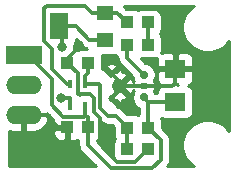
<source format=gtl>
G04 #@! TF.GenerationSoftware,KiCad,Pcbnew,(5.1.2)-1*
G04 #@! TF.CreationDate,2020-07-04T22:19:09+09:00*
G04 #@! TF.ProjectId,SPU0410LR5H,53505530-3431-4304-9c52-35482e6b6963,v1.1*
G04 #@! TF.SameCoordinates,Original*
G04 #@! TF.FileFunction,Copper,L1,Top*
G04 #@! TF.FilePolarity,Positive*
%FSLAX46Y46*%
G04 Gerber Fmt 4.6, Leading zero omitted, Abs format (unit mm)*
G04 Created by KiCad (PCBNEW (5.1.2)-1) date 2020-07-04 22:19:09*
%MOMM*%
%LPD*%
G04 APERTURE LIST*
%ADD10R,1.399540X1.297940*%
%ADD11R,1.498600X2.298700*%
%ADD12R,3.048000X1.524000*%
%ADD13O,3.048000X1.524000*%
%ADD14C,0.562000*%
%ADD15C,0.723000*%
%ADD16C,1.224000*%
%ADD17C,0.612000*%
%ADD18R,1.049020X1.079500*%
%ADD19R,1.800000X1.600000*%
%ADD20R,0.400000X0.750000*%
%ADD21C,0.800000*%
%ADD22C,0.300000*%
%ADD23C,0.254000*%
G04 APERTURE END LIST*
D10*
X148799780Y-107588080D03*
D11*
X144951680Y-106440000D03*
D10*
X148799780Y-105291920D03*
D12*
X141920000Y-108880000D03*
D13*
X141920000Y-111420000D03*
X141920000Y-113960000D03*
D14*
X149366000Y-112515000D03*
X149366000Y-110485000D03*
D15*
X152103000Y-112466000D03*
X152103000Y-110534000D03*
D16*
X150000000Y-111500000D03*
D17*
X152103000Y-111500000D03*
D18*
X150690240Y-107990000D03*
X152437760Y-107990000D03*
D19*
X154760000Y-112860000D03*
X154760000Y-110060000D03*
D18*
X145600240Y-114990000D03*
X147347760Y-114990000D03*
X150706240Y-115030000D03*
X152453760Y-115030000D03*
X150690240Y-116850000D03*
X152437760Y-116850000D03*
X150692240Y-106120000D03*
X152439760Y-106120000D03*
X147379760Y-109530000D03*
X145632240Y-109530000D03*
D20*
X147150000Y-111310000D03*
X145850000Y-111310000D03*
X146500000Y-111310000D03*
X145850000Y-113210000D03*
X147150000Y-113210000D03*
D21*
X146650000Y-107990000D03*
X154000000Y-108000000D03*
X158800000Y-113000000D03*
X149100000Y-116200000D03*
X145168600Y-108195800D03*
X145119600Y-112484700D03*
D22*
X147150000Y-113810200D02*
X147150000Y-113935300D01*
X147150000Y-113210000D02*
X147150000Y-113810200D01*
X152453800Y-112860000D02*
X152103000Y-112509200D01*
X152103000Y-112509200D02*
X152103000Y-112466000D01*
X154760000Y-112860000D02*
X152453800Y-112860000D01*
X142270000Y-108880000D02*
X141920000Y-108880000D01*
X144293700Y-110903700D02*
X142270000Y-108880000D01*
X144293700Y-113093700D02*
X144293700Y-110903700D01*
X145290000Y-114090000D02*
X144293700Y-113093700D01*
X147150000Y-113935300D02*
X146995300Y-114090000D01*
X146995300Y-114090000D02*
X145290000Y-114090000D01*
X152453800Y-114139900D02*
X152453800Y-112860000D01*
X152490000Y-115030000D02*
X152453800Y-115030000D01*
X153510000Y-116050000D02*
X152490000Y-115030000D01*
X153510000Y-117760000D02*
X153510000Y-116050000D01*
X152453800Y-115030000D02*
X152453800Y-114139900D01*
X147314700Y-114100000D02*
X147347800Y-114100000D01*
X147150000Y-113935300D02*
X147314700Y-114100000D01*
X147347800Y-114100000D02*
X147347800Y-116507800D01*
X147347800Y-116507800D02*
X149290000Y-118450000D01*
X149290000Y-118450000D02*
X152820000Y-118450000D01*
X152820000Y-118450000D02*
X153510000Y-117760000D01*
X150000000Y-111500000D02*
X150000000Y-111881000D01*
X150000000Y-111881000D02*
X149366000Y-112515000D01*
X152103000Y-111500000D02*
X150000000Y-111500000D01*
X145600200Y-114990000D02*
X144725400Y-114990000D01*
X141920000Y-113960000D02*
X143794300Y-113960000D01*
X143794300Y-113960000D02*
X144725400Y-114891100D01*
X144725400Y-114891100D02*
X144725400Y-114990000D01*
X154760000Y-110060000D02*
X154760000Y-111210300D01*
X154760000Y-111210300D02*
X154470300Y-111500000D01*
X154470300Y-111500000D02*
X152103000Y-111500000D01*
X150000000Y-111500000D02*
X150000000Y-111119000D01*
X150000000Y-111119000D02*
X149366000Y-110485000D01*
X147570000Y-112210000D02*
X146500000Y-112210000D01*
X147874600Y-112514600D02*
X147570000Y-112210000D01*
X152437800Y-116850000D02*
X151387800Y-117900000D01*
X146500000Y-112210000D02*
X146500000Y-111310000D01*
X149860000Y-117900000D02*
X148384600Y-116424600D01*
X148384600Y-116424600D02*
X148384600Y-114400000D01*
X148384600Y-114400000D02*
X148384600Y-114224600D01*
X151387800Y-117900000D02*
X149860000Y-117900000D01*
X148384600Y-114224600D02*
X147874600Y-113714600D01*
X147874600Y-113714600D02*
X147874600Y-112514600D01*
X145792300Y-109690060D02*
X145632240Y-109530000D01*
X145792300Y-109912300D02*
X145792300Y-109690060D01*
X145632240Y-109514760D02*
X145632240Y-109530000D01*
X146505249Y-108134751D02*
X146650000Y-107990000D01*
X145632240Y-109530000D02*
X145632240Y-109545240D01*
X146500000Y-110397760D02*
X145632240Y-109530000D01*
X146500000Y-111310000D02*
X146500000Y-110397760D01*
X145632240Y-109207760D02*
X145632240Y-109530000D01*
X146650000Y-107990000D02*
X146650000Y-108190000D01*
X146650000Y-108190000D02*
X145632240Y-109207760D01*
X158800000Y-113000000D02*
X155200000Y-115200000D01*
X157400000Y-113000000D02*
X155200000Y-115200000D01*
X157400000Y-109800000D02*
X157400000Y-113000000D01*
X155600000Y-108000000D02*
X157400000Y-109800000D01*
X154000000Y-108000000D02*
X155600000Y-108000000D01*
X154760000Y-108760000D02*
X154000000Y-108000000D01*
X154760000Y-108760000D02*
X154760000Y-110060000D01*
X148384600Y-114400000D02*
X148384600Y-115484600D01*
X148384600Y-115484600D02*
X149100000Y-116200000D01*
X150690200Y-114838076D02*
X150690200Y-116850000D01*
X150706240Y-115014760D02*
X150706240Y-115030000D01*
X148290000Y-111310000D02*
X148400000Y-111420000D01*
X147150000Y-111310000D02*
X148290000Y-111310000D01*
X148400000Y-111420000D02*
X148400000Y-113342880D01*
X148400000Y-113342880D02*
X149070000Y-114012880D01*
X149070000Y-114012880D02*
X149704360Y-114012880D01*
X149704360Y-114012880D02*
X150706240Y-115014760D01*
X147379800Y-110420100D02*
X147379800Y-109530000D01*
X147150000Y-111310000D02*
X147150000Y-110649900D01*
X147150000Y-110649900D02*
X147379800Y-110420100D01*
X150690200Y-107990000D02*
X150690200Y-109121200D01*
X150690200Y-109121200D02*
X152103000Y-110534000D01*
X152437800Y-107990000D02*
X152437800Y-107100000D01*
X152439800Y-106120000D02*
X152439800Y-107098000D01*
X152439800Y-107098000D02*
X152437800Y-107100000D01*
X145168600Y-108195800D02*
X145168600Y-107588100D01*
X145168600Y-107588100D02*
X145168600Y-107406700D01*
X145168600Y-107406700D02*
X144951700Y-107189800D01*
X145850000Y-112484700D02*
X145119600Y-112484700D01*
X148799800Y-107588100D02*
X147749700Y-107588100D01*
X144951700Y-106440000D02*
X144951700Y-107189800D01*
X145850000Y-113210000D02*
X145850000Y-112484700D01*
X146340000Y-106440000D02*
X144951680Y-106440000D01*
X148799780Y-107588080D02*
X147488080Y-107588080D01*
X147488080Y-107588080D02*
X146340000Y-106440000D01*
X149849900Y-105291900D02*
X150678000Y-106120000D01*
X150678000Y-106120000D02*
X150692200Y-106120000D01*
X147749700Y-105291900D02*
X149849900Y-105291900D01*
X147157800Y-104700000D02*
X147749700Y-105291900D01*
X143860000Y-104700000D02*
X147157800Y-104700000D01*
X145580000Y-111310000D02*
X144360000Y-110090000D01*
X144360000Y-110090000D02*
X144360000Y-108403998D01*
X144360000Y-108403998D02*
X143640000Y-107683998D01*
X145850000Y-111310000D02*
X145580000Y-111310000D01*
X143640000Y-107683998D02*
X143640000Y-104920000D01*
X143640000Y-104920000D02*
X143860000Y-104700000D01*
D23*
G36*
X156139017Y-104841637D02*
G01*
X155841637Y-105139017D01*
X155607988Y-105488698D01*
X155447047Y-105877244D01*
X155365000Y-106289721D01*
X155365000Y-106710279D01*
X155447047Y-107122756D01*
X155607988Y-107511302D01*
X155841637Y-107860983D01*
X156139017Y-108158363D01*
X156488698Y-108392012D01*
X156877244Y-108552953D01*
X157289721Y-108635000D01*
X157710279Y-108635000D01*
X158122756Y-108552953D01*
X158511302Y-108392012D01*
X158860983Y-108158363D01*
X159158363Y-107860983D01*
X159290000Y-107663974D01*
X159290001Y-115336027D01*
X159158363Y-115139017D01*
X158860983Y-114841637D01*
X158511302Y-114607988D01*
X158122756Y-114447047D01*
X157710279Y-114365000D01*
X157289721Y-114365000D01*
X156877244Y-114447047D01*
X156488698Y-114607988D01*
X156139017Y-114841637D01*
X155841637Y-115139017D01*
X155607988Y-115488698D01*
X155447047Y-115877244D01*
X155365000Y-116289721D01*
X155365000Y-116710279D01*
X155447047Y-117122756D01*
X155607988Y-117511302D01*
X155841637Y-117860983D01*
X156139017Y-118158363D01*
X156336026Y-118290000D01*
X154090550Y-118290000D01*
X154165862Y-118198233D01*
X154238754Y-118061860D01*
X154283641Y-117913887D01*
X154295000Y-117798561D01*
X154295000Y-117798554D01*
X154298797Y-117760001D01*
X154295000Y-117721448D01*
X154295000Y-116088556D01*
X154298797Y-116050000D01*
X154295000Y-116011444D01*
X154295000Y-116011439D01*
X154288952Y-115950036D01*
X154283642Y-115896113D01*
X154238754Y-115748140D01*
X154204705Y-115684438D01*
X154165862Y-115611767D01*
X154067764Y-115492236D01*
X154037810Y-115467653D01*
X153616342Y-115046185D01*
X153616342Y-114490250D01*
X153604082Y-114365768D01*
X153567772Y-114246070D01*
X153551121Y-114214919D01*
X153615820Y-114249502D01*
X153735518Y-114285812D01*
X153860000Y-114298072D01*
X155660000Y-114298072D01*
X155784482Y-114285812D01*
X155904180Y-114249502D01*
X156014494Y-114190537D01*
X156111185Y-114111185D01*
X156190537Y-114014494D01*
X156249502Y-113904180D01*
X156285812Y-113784482D01*
X156298072Y-113660000D01*
X156298072Y-112060000D01*
X156285812Y-111935518D01*
X156249502Y-111815820D01*
X156190537Y-111705506D01*
X156111185Y-111608815D01*
X156014494Y-111529463D01*
X155904180Y-111470498D01*
X155869573Y-111460000D01*
X155904180Y-111449502D01*
X156014494Y-111390537D01*
X156111185Y-111311185D01*
X156190537Y-111214494D01*
X156249502Y-111104180D01*
X156285812Y-110984482D01*
X156298072Y-110860000D01*
X156295000Y-110345750D01*
X156136250Y-110187000D01*
X154887000Y-110187000D01*
X154887000Y-110207000D01*
X154633000Y-110207000D01*
X154633000Y-110187000D01*
X153383750Y-110187000D01*
X153225000Y-110345750D01*
X153221928Y-110860000D01*
X153234188Y-110984482D01*
X153270498Y-111104180D01*
X153329463Y-111214494D01*
X153408815Y-111311185D01*
X153505506Y-111390537D01*
X153615820Y-111449502D01*
X153650427Y-111460000D01*
X153615820Y-111470498D01*
X153505506Y-111529463D01*
X153408815Y-111608815D01*
X153329463Y-111705506D01*
X153270498Y-111815820D01*
X153234188Y-111935518D01*
X153221928Y-112060000D01*
X153221928Y-112075000D01*
X153019646Y-112075000D01*
X152986087Y-111993980D01*
X152943252Y-111929873D01*
X153007086Y-111776943D01*
X153043743Y-111595243D01*
X153044248Y-111409883D01*
X153008581Y-111227987D01*
X152943528Y-111069714D01*
X152986087Y-111006020D01*
X153061205Y-110824668D01*
X153099500Y-110632147D01*
X153099500Y-110435853D01*
X153061205Y-110243332D01*
X152986087Y-110061980D01*
X152877032Y-109898768D01*
X152738232Y-109759968D01*
X152575020Y-109650913D01*
X152393668Y-109575795D01*
X152220509Y-109541351D01*
X151839740Y-109160582D01*
X151913250Y-109167822D01*
X152962270Y-109167822D01*
X153086752Y-109155562D01*
X153206450Y-109119252D01*
X153245445Y-109098408D01*
X153234188Y-109135518D01*
X153221928Y-109260000D01*
X153225000Y-109774250D01*
X153383750Y-109933000D01*
X154633000Y-109933000D01*
X154633000Y-108783750D01*
X154887000Y-108783750D01*
X154887000Y-109933000D01*
X156136250Y-109933000D01*
X156295000Y-109774250D01*
X156298072Y-109260000D01*
X156285812Y-109135518D01*
X156249502Y-109015820D01*
X156190537Y-108905506D01*
X156111185Y-108808815D01*
X156014494Y-108729463D01*
X155904180Y-108670498D01*
X155784482Y-108634188D01*
X155660000Y-108621928D01*
X155045750Y-108625000D01*
X154887000Y-108783750D01*
X154633000Y-108783750D01*
X154474250Y-108625000D01*
X153860000Y-108621928D01*
X153735518Y-108634188D01*
X153615820Y-108670498D01*
X153576825Y-108691342D01*
X153588082Y-108654232D01*
X153600342Y-108529750D01*
X153600342Y-107450250D01*
X153588082Y-107325768D01*
X153551772Y-107206070D01*
X153492807Y-107095756D01*
X153460360Y-107056219D01*
X153494807Y-107014244D01*
X153553772Y-106903930D01*
X153590082Y-106784232D01*
X153602342Y-106659750D01*
X153602342Y-105580250D01*
X153590082Y-105455768D01*
X153553772Y-105336070D01*
X153494807Y-105225756D01*
X153415455Y-105129065D01*
X153318764Y-105049713D01*
X153208450Y-104990748D01*
X153088752Y-104954438D01*
X152964270Y-104942178D01*
X151915250Y-104942178D01*
X151790768Y-104954438D01*
X151671070Y-104990748D01*
X151566000Y-105046910D01*
X151460930Y-104990748D01*
X151341232Y-104954438D01*
X151216750Y-104942178D01*
X150610335Y-104942178D01*
X150432247Y-104764090D01*
X150407664Y-104734136D01*
X150378255Y-104710000D01*
X156336026Y-104710000D01*
X156139017Y-104841637D01*
X156139017Y-104841637D01*
G37*
X156139017Y-104841637D02*
X155841637Y-105139017D01*
X155607988Y-105488698D01*
X155447047Y-105877244D01*
X155365000Y-106289721D01*
X155365000Y-106710279D01*
X155447047Y-107122756D01*
X155607988Y-107511302D01*
X155841637Y-107860983D01*
X156139017Y-108158363D01*
X156488698Y-108392012D01*
X156877244Y-108552953D01*
X157289721Y-108635000D01*
X157710279Y-108635000D01*
X158122756Y-108552953D01*
X158511302Y-108392012D01*
X158860983Y-108158363D01*
X159158363Y-107860983D01*
X159290000Y-107663974D01*
X159290001Y-115336027D01*
X159158363Y-115139017D01*
X158860983Y-114841637D01*
X158511302Y-114607988D01*
X158122756Y-114447047D01*
X157710279Y-114365000D01*
X157289721Y-114365000D01*
X156877244Y-114447047D01*
X156488698Y-114607988D01*
X156139017Y-114841637D01*
X155841637Y-115139017D01*
X155607988Y-115488698D01*
X155447047Y-115877244D01*
X155365000Y-116289721D01*
X155365000Y-116710279D01*
X155447047Y-117122756D01*
X155607988Y-117511302D01*
X155841637Y-117860983D01*
X156139017Y-118158363D01*
X156336026Y-118290000D01*
X154090550Y-118290000D01*
X154165862Y-118198233D01*
X154238754Y-118061860D01*
X154283641Y-117913887D01*
X154295000Y-117798561D01*
X154295000Y-117798554D01*
X154298797Y-117760001D01*
X154295000Y-117721448D01*
X154295000Y-116088556D01*
X154298797Y-116050000D01*
X154295000Y-116011444D01*
X154295000Y-116011439D01*
X154288952Y-115950036D01*
X154283642Y-115896113D01*
X154238754Y-115748140D01*
X154204705Y-115684438D01*
X154165862Y-115611767D01*
X154067764Y-115492236D01*
X154037810Y-115467653D01*
X153616342Y-115046185D01*
X153616342Y-114490250D01*
X153604082Y-114365768D01*
X153567772Y-114246070D01*
X153551121Y-114214919D01*
X153615820Y-114249502D01*
X153735518Y-114285812D01*
X153860000Y-114298072D01*
X155660000Y-114298072D01*
X155784482Y-114285812D01*
X155904180Y-114249502D01*
X156014494Y-114190537D01*
X156111185Y-114111185D01*
X156190537Y-114014494D01*
X156249502Y-113904180D01*
X156285812Y-113784482D01*
X156298072Y-113660000D01*
X156298072Y-112060000D01*
X156285812Y-111935518D01*
X156249502Y-111815820D01*
X156190537Y-111705506D01*
X156111185Y-111608815D01*
X156014494Y-111529463D01*
X155904180Y-111470498D01*
X155869573Y-111460000D01*
X155904180Y-111449502D01*
X156014494Y-111390537D01*
X156111185Y-111311185D01*
X156190537Y-111214494D01*
X156249502Y-111104180D01*
X156285812Y-110984482D01*
X156298072Y-110860000D01*
X156295000Y-110345750D01*
X156136250Y-110187000D01*
X154887000Y-110187000D01*
X154887000Y-110207000D01*
X154633000Y-110207000D01*
X154633000Y-110187000D01*
X153383750Y-110187000D01*
X153225000Y-110345750D01*
X153221928Y-110860000D01*
X153234188Y-110984482D01*
X153270498Y-111104180D01*
X153329463Y-111214494D01*
X153408815Y-111311185D01*
X153505506Y-111390537D01*
X153615820Y-111449502D01*
X153650427Y-111460000D01*
X153615820Y-111470498D01*
X153505506Y-111529463D01*
X153408815Y-111608815D01*
X153329463Y-111705506D01*
X153270498Y-111815820D01*
X153234188Y-111935518D01*
X153221928Y-112060000D01*
X153221928Y-112075000D01*
X153019646Y-112075000D01*
X152986087Y-111993980D01*
X152943252Y-111929873D01*
X153007086Y-111776943D01*
X153043743Y-111595243D01*
X153044248Y-111409883D01*
X153008581Y-111227987D01*
X152943528Y-111069714D01*
X152986087Y-111006020D01*
X153061205Y-110824668D01*
X153099500Y-110632147D01*
X153099500Y-110435853D01*
X153061205Y-110243332D01*
X152986087Y-110061980D01*
X152877032Y-109898768D01*
X152738232Y-109759968D01*
X152575020Y-109650913D01*
X152393668Y-109575795D01*
X152220509Y-109541351D01*
X151839740Y-109160582D01*
X151913250Y-109167822D01*
X152962270Y-109167822D01*
X153086752Y-109155562D01*
X153206450Y-109119252D01*
X153245445Y-109098408D01*
X153234188Y-109135518D01*
X153221928Y-109260000D01*
X153225000Y-109774250D01*
X153383750Y-109933000D01*
X154633000Y-109933000D01*
X154633000Y-108783750D01*
X154887000Y-108783750D01*
X154887000Y-109933000D01*
X156136250Y-109933000D01*
X156295000Y-109774250D01*
X156298072Y-109260000D01*
X156285812Y-109135518D01*
X156249502Y-109015820D01*
X156190537Y-108905506D01*
X156111185Y-108808815D01*
X156014494Y-108729463D01*
X155904180Y-108670498D01*
X155784482Y-108634188D01*
X155660000Y-108621928D01*
X155045750Y-108625000D01*
X154887000Y-108783750D01*
X154633000Y-108783750D01*
X154474250Y-108625000D01*
X153860000Y-108621928D01*
X153735518Y-108634188D01*
X153615820Y-108670498D01*
X153576825Y-108691342D01*
X153588082Y-108654232D01*
X153600342Y-108529750D01*
X153600342Y-107450250D01*
X153588082Y-107325768D01*
X153551772Y-107206070D01*
X153492807Y-107095756D01*
X153460360Y-107056219D01*
X153494807Y-107014244D01*
X153553772Y-106903930D01*
X153590082Y-106784232D01*
X153602342Y-106659750D01*
X153602342Y-105580250D01*
X153590082Y-105455768D01*
X153553772Y-105336070D01*
X153494807Y-105225756D01*
X153415455Y-105129065D01*
X153318764Y-105049713D01*
X153208450Y-104990748D01*
X153088752Y-104954438D01*
X152964270Y-104942178D01*
X151915250Y-104942178D01*
X151790768Y-104954438D01*
X151671070Y-104990748D01*
X151566000Y-105046910D01*
X151460930Y-104990748D01*
X151341232Y-104954438D01*
X151216750Y-104942178D01*
X150610335Y-104942178D01*
X150432247Y-104764090D01*
X150407664Y-104734136D01*
X150378255Y-104710000D01*
X156336026Y-104710000D01*
X156139017Y-104841637D01*
G36*
X142047000Y-113833000D02*
G01*
X142067000Y-113833000D01*
X142067000Y-114087000D01*
X142047000Y-114087000D01*
X142047000Y-115357000D01*
X142809000Y-115357000D01*
X143079101Y-115305381D01*
X143333942Y-115202059D01*
X143563729Y-115051006D01*
X143759632Y-114858026D01*
X143914122Y-114630535D01*
X144021262Y-114377276D01*
X144036220Y-114303070D01*
X143913721Y-114087002D01*
X144079000Y-114087002D01*
X144079000Y-113989157D01*
X144446842Y-114357000D01*
X144437658Y-114450250D01*
X144440730Y-114704250D01*
X144599480Y-114863000D01*
X145133997Y-114863000D01*
X145136113Y-114863642D01*
X145211026Y-114871020D01*
X145251439Y-114875000D01*
X145251444Y-114875000D01*
X145290000Y-114878797D01*
X145328555Y-114875000D01*
X145747240Y-114875000D01*
X145747240Y-115117000D01*
X145727240Y-115117000D01*
X145727240Y-116006000D01*
X145885990Y-116164750D01*
X146124750Y-116167822D01*
X146249232Y-116155562D01*
X146368930Y-116119252D01*
X146474000Y-116063090D01*
X146562801Y-116110556D01*
X146562801Y-116469237D01*
X146559003Y-116507800D01*
X146574159Y-116661686D01*
X146619046Y-116809659D01*
X146619047Y-116809660D01*
X146691939Y-116946033D01*
X146725034Y-116986359D01*
X146765455Y-117035612D01*
X146765459Y-117035616D01*
X146790037Y-117065564D01*
X146819985Y-117090142D01*
X148019843Y-118290000D01*
X140710000Y-118290000D01*
X140710000Y-115529750D01*
X144437658Y-115529750D01*
X144449918Y-115654232D01*
X144486228Y-115773930D01*
X144545193Y-115884244D01*
X144624545Y-115980935D01*
X144721236Y-116060287D01*
X144831550Y-116119252D01*
X144951248Y-116155562D01*
X145075730Y-116167822D01*
X145314490Y-116164750D01*
X145473240Y-116006000D01*
X145473240Y-115117000D01*
X144599480Y-115117000D01*
X144440730Y-115275750D01*
X144437658Y-115529750D01*
X140710000Y-115529750D01*
X140710000Y-115284745D01*
X140760899Y-115305381D01*
X141031000Y-115357000D01*
X141793000Y-115357000D01*
X141793000Y-114087000D01*
X141773000Y-114087000D01*
X141773000Y-113833000D01*
X141793000Y-113833000D01*
X141793000Y-113813000D01*
X142047000Y-113813000D01*
X142047000Y-113833000D01*
X142047000Y-113833000D01*
G37*
X142047000Y-113833000D02*
X142067000Y-113833000D01*
X142067000Y-114087000D01*
X142047000Y-114087000D01*
X142047000Y-115357000D01*
X142809000Y-115357000D01*
X143079101Y-115305381D01*
X143333942Y-115202059D01*
X143563729Y-115051006D01*
X143759632Y-114858026D01*
X143914122Y-114630535D01*
X144021262Y-114377276D01*
X144036220Y-114303070D01*
X143913721Y-114087002D01*
X144079000Y-114087002D01*
X144079000Y-113989157D01*
X144446842Y-114357000D01*
X144437658Y-114450250D01*
X144440730Y-114704250D01*
X144599480Y-114863000D01*
X145133997Y-114863000D01*
X145136113Y-114863642D01*
X145211026Y-114871020D01*
X145251439Y-114875000D01*
X145251444Y-114875000D01*
X145290000Y-114878797D01*
X145328555Y-114875000D01*
X145747240Y-114875000D01*
X145747240Y-115117000D01*
X145727240Y-115117000D01*
X145727240Y-116006000D01*
X145885990Y-116164750D01*
X146124750Y-116167822D01*
X146249232Y-116155562D01*
X146368930Y-116119252D01*
X146474000Y-116063090D01*
X146562801Y-116110556D01*
X146562801Y-116469237D01*
X146559003Y-116507800D01*
X146574159Y-116661686D01*
X146619046Y-116809659D01*
X146619047Y-116809660D01*
X146691939Y-116946033D01*
X146725034Y-116986359D01*
X146765455Y-117035612D01*
X146765459Y-117035616D01*
X146790037Y-117065564D01*
X146819985Y-117090142D01*
X148019843Y-118290000D01*
X140710000Y-118290000D01*
X140710000Y-115529750D01*
X144437658Y-115529750D01*
X144449918Y-115654232D01*
X144486228Y-115773930D01*
X144545193Y-115884244D01*
X144624545Y-115980935D01*
X144721236Y-116060287D01*
X144831550Y-116119252D01*
X144951248Y-116155562D01*
X145075730Y-116167822D01*
X145314490Y-116164750D01*
X145473240Y-116006000D01*
X145473240Y-115117000D01*
X144599480Y-115117000D01*
X144440730Y-115275750D01*
X144437658Y-115529750D01*
X140710000Y-115529750D01*
X140710000Y-115284745D01*
X140760899Y-115305381D01*
X141031000Y-115357000D01*
X141793000Y-115357000D01*
X141793000Y-114087000D01*
X141773000Y-114087000D01*
X141773000Y-113833000D01*
X141793000Y-113833000D01*
X141793000Y-113813000D01*
X142047000Y-113813000D01*
X142047000Y-113833000D01*
G36*
X148512236Y-114570644D02*
G01*
X148542184Y-114595222D01*
X148542187Y-114595225D01*
X148557739Y-114607988D01*
X148631767Y-114668742D01*
X148742896Y-114728141D01*
X148768140Y-114741634D01*
X148916112Y-114786521D01*
X148930490Y-114787937D01*
X149031439Y-114797880D01*
X149031446Y-114797880D01*
X149069999Y-114801677D01*
X149108552Y-114797880D01*
X149379203Y-114797880D01*
X149543658Y-114962335D01*
X149543658Y-115569750D01*
X149555918Y-115694232D01*
X149592228Y-115813930D01*
X149651193Y-115924244D01*
X149656124Y-115930252D01*
X149635193Y-115955756D01*
X149576228Y-116066070D01*
X149539918Y-116185768D01*
X149527658Y-116310250D01*
X149527658Y-117389750D01*
X149539918Y-117514232D01*
X149572806Y-117622649D01*
X148132800Y-116182643D01*
X148132800Y-116110513D01*
X148226764Y-116060287D01*
X148323455Y-115980935D01*
X148402807Y-115884244D01*
X148461772Y-115773930D01*
X148498082Y-115654232D01*
X148510342Y-115529750D01*
X148510342Y-114568336D01*
X148512236Y-114570644D01*
X148512236Y-114570644D01*
G37*
X148512236Y-114570644D02*
X148542184Y-114595222D01*
X148542187Y-114595225D01*
X148557739Y-114607988D01*
X148631767Y-114668742D01*
X148742896Y-114728141D01*
X148768140Y-114741634D01*
X148916112Y-114786521D01*
X148930490Y-114787937D01*
X149031439Y-114797880D01*
X149031446Y-114797880D01*
X149069999Y-114801677D01*
X149108552Y-114797880D01*
X149379203Y-114797880D01*
X149543658Y-114962335D01*
X149543658Y-115569750D01*
X149555918Y-115694232D01*
X149592228Y-115813930D01*
X149651193Y-115924244D01*
X149656124Y-115930252D01*
X149635193Y-115955756D01*
X149576228Y-116066070D01*
X149539918Y-116185768D01*
X149527658Y-116310250D01*
X149527658Y-117389750D01*
X149539918Y-117514232D01*
X149572806Y-117622649D01*
X148132800Y-116182643D01*
X148132800Y-116110513D01*
X148226764Y-116060287D01*
X148323455Y-115980935D01*
X148402807Y-115884244D01*
X148461772Y-115773930D01*
X148498082Y-115654232D01*
X148510342Y-115529750D01*
X148510342Y-114568336D01*
X148512236Y-114570644D01*
G36*
X152564760Y-116723000D02*
G01*
X152584760Y-116723000D01*
X152584760Y-116977000D01*
X152564760Y-116977000D01*
X152564760Y-116997000D01*
X152310760Y-116997000D01*
X152310760Y-116977000D01*
X152290760Y-116977000D01*
X152290760Y-116723000D01*
X152310760Y-116723000D01*
X152310760Y-116703000D01*
X152564760Y-116703000D01*
X152564760Y-116723000D01*
X152564760Y-116723000D01*
G37*
X152564760Y-116723000D02*
X152584760Y-116723000D01*
X152584760Y-116977000D01*
X152564760Y-116977000D01*
X152564760Y-116997000D01*
X152310760Y-116997000D01*
X152310760Y-116977000D01*
X152290760Y-116977000D01*
X152290760Y-116723000D01*
X152310760Y-116723000D01*
X152310760Y-116703000D01*
X152564760Y-116703000D01*
X152564760Y-116723000D01*
G36*
X149635193Y-108884244D02*
G01*
X149714545Y-108980935D01*
X149811236Y-109060287D01*
X149902593Y-109109119D01*
X149901403Y-109121200D01*
X149916559Y-109275086D01*
X149961446Y-109423059D01*
X149969306Y-109437764D01*
X150034339Y-109559433D01*
X150070866Y-109603941D01*
X150107855Y-109649012D01*
X150107859Y-109649016D01*
X150132437Y-109678964D01*
X150162385Y-109703542D01*
X151110351Y-110651509D01*
X151144795Y-110824668D01*
X151219913Y-111006020D01*
X151262748Y-111070127D01*
X151212961Y-111189404D01*
X151211367Y-111179554D01*
X151125575Y-110949385D01*
X151083154Y-110870024D01*
X150858349Y-110821256D01*
X150179605Y-111500000D01*
X150858349Y-112178744D01*
X151083154Y-112129976D01*
X151185244Y-111906558D01*
X151209891Y-111802357D01*
X151262472Y-111930286D01*
X151219913Y-111993980D01*
X151144795Y-112175332D01*
X151106500Y-112367853D01*
X151106500Y-112564147D01*
X151144795Y-112756668D01*
X151219913Y-112938020D01*
X151328968Y-113101232D01*
X151467768Y-113240032D01*
X151630980Y-113349087D01*
X151668801Y-113364753D01*
X151668800Y-113909445D01*
X151580000Y-113956910D01*
X151474930Y-113900748D01*
X151355232Y-113864438D01*
X151230750Y-113852178D01*
X150653815Y-113852178D01*
X150286707Y-113485070D01*
X150262124Y-113455116D01*
X150142593Y-113357018D01*
X150006220Y-113284126D01*
X149858247Y-113239239D01*
X149803075Y-113233805D01*
X149807249Y-113135854D01*
X149366000Y-112694605D01*
X149351858Y-112708748D01*
X149185000Y-112541890D01*
X149185000Y-112516395D01*
X149186395Y-112515000D01*
X149185000Y-112513605D01*
X149185000Y-112488110D01*
X149200961Y-112472149D01*
X149204210Y-112475398D01*
X149321257Y-112358351D01*
X149370024Y-112583154D01*
X149593442Y-112685244D01*
X149753773Y-112723168D01*
X149986854Y-112956249D01*
X150178171Y-112948097D01*
X150247059Y-112781328D01*
X150258934Y-112721321D01*
X150320446Y-112711367D01*
X150550615Y-112625575D01*
X150629976Y-112583154D01*
X150678744Y-112358349D01*
X150000000Y-111679605D01*
X149985858Y-111693748D01*
X149806253Y-111514143D01*
X149820395Y-111500000D01*
X149670735Y-111350340D01*
X149799097Y-111297171D01*
X149806358Y-111126753D01*
X150000000Y-111320395D01*
X150678744Y-110641651D01*
X150629976Y-110416846D01*
X150406558Y-110314756D01*
X150259118Y-110279881D01*
X150246537Y-110216954D01*
X150178171Y-110051903D01*
X149986854Y-110043751D01*
X149754023Y-110276582D01*
X149679554Y-110288633D01*
X149449385Y-110374425D01*
X149370024Y-110416846D01*
X149321256Y-110641651D01*
X149355105Y-110675500D01*
X149351858Y-110678748D01*
X149172253Y-110499143D01*
X149186395Y-110485000D01*
X148745146Y-110043751D01*
X148553829Y-110051903D01*
X148541054Y-110082830D01*
X148542342Y-110069750D01*
X148542342Y-109864146D01*
X148924751Y-109864146D01*
X149366000Y-110305395D01*
X149807249Y-109864146D01*
X149799097Y-109672829D01*
X149632328Y-109603941D01*
X149455325Y-109568913D01*
X149274889Y-109569089D01*
X149097954Y-109604463D01*
X148932903Y-109672829D01*
X148924751Y-109864146D01*
X148542342Y-109864146D01*
X148542342Y-108990250D01*
X148531003Y-108875122D01*
X149499550Y-108875122D01*
X149623777Y-108862887D01*
X149635193Y-108884244D01*
X149635193Y-108884244D01*
G37*
X149635193Y-108884244D02*
X149714545Y-108980935D01*
X149811236Y-109060287D01*
X149902593Y-109109119D01*
X149901403Y-109121200D01*
X149916559Y-109275086D01*
X149961446Y-109423059D01*
X149969306Y-109437764D01*
X150034339Y-109559433D01*
X150070866Y-109603941D01*
X150107855Y-109649012D01*
X150107859Y-109649016D01*
X150132437Y-109678964D01*
X150162385Y-109703542D01*
X151110351Y-110651509D01*
X151144795Y-110824668D01*
X151219913Y-111006020D01*
X151262748Y-111070127D01*
X151212961Y-111189404D01*
X151211367Y-111179554D01*
X151125575Y-110949385D01*
X151083154Y-110870024D01*
X150858349Y-110821256D01*
X150179605Y-111500000D01*
X150858349Y-112178744D01*
X151083154Y-112129976D01*
X151185244Y-111906558D01*
X151209891Y-111802357D01*
X151262472Y-111930286D01*
X151219913Y-111993980D01*
X151144795Y-112175332D01*
X151106500Y-112367853D01*
X151106500Y-112564147D01*
X151144795Y-112756668D01*
X151219913Y-112938020D01*
X151328968Y-113101232D01*
X151467768Y-113240032D01*
X151630980Y-113349087D01*
X151668801Y-113364753D01*
X151668800Y-113909445D01*
X151580000Y-113956910D01*
X151474930Y-113900748D01*
X151355232Y-113864438D01*
X151230750Y-113852178D01*
X150653815Y-113852178D01*
X150286707Y-113485070D01*
X150262124Y-113455116D01*
X150142593Y-113357018D01*
X150006220Y-113284126D01*
X149858247Y-113239239D01*
X149803075Y-113233805D01*
X149807249Y-113135854D01*
X149366000Y-112694605D01*
X149351858Y-112708748D01*
X149185000Y-112541890D01*
X149185000Y-112516395D01*
X149186395Y-112515000D01*
X149185000Y-112513605D01*
X149185000Y-112488110D01*
X149200961Y-112472149D01*
X149204210Y-112475398D01*
X149321257Y-112358351D01*
X149370024Y-112583154D01*
X149593442Y-112685244D01*
X149753773Y-112723168D01*
X149986854Y-112956249D01*
X150178171Y-112948097D01*
X150247059Y-112781328D01*
X150258934Y-112721321D01*
X150320446Y-112711367D01*
X150550615Y-112625575D01*
X150629976Y-112583154D01*
X150678744Y-112358349D01*
X150000000Y-111679605D01*
X149985858Y-111693748D01*
X149806253Y-111514143D01*
X149820395Y-111500000D01*
X149670735Y-111350340D01*
X149799097Y-111297171D01*
X149806358Y-111126753D01*
X150000000Y-111320395D01*
X150678744Y-110641651D01*
X150629976Y-110416846D01*
X150406558Y-110314756D01*
X150259118Y-110279881D01*
X150246537Y-110216954D01*
X150178171Y-110051903D01*
X149986854Y-110043751D01*
X149754023Y-110276582D01*
X149679554Y-110288633D01*
X149449385Y-110374425D01*
X149370024Y-110416846D01*
X149321256Y-110641651D01*
X149355105Y-110675500D01*
X149351858Y-110678748D01*
X149172253Y-110499143D01*
X149186395Y-110485000D01*
X148745146Y-110043751D01*
X148553829Y-110051903D01*
X148541054Y-110082830D01*
X148542342Y-110069750D01*
X148542342Y-109864146D01*
X148924751Y-109864146D01*
X149366000Y-110305395D01*
X149807249Y-109864146D01*
X149799097Y-109672829D01*
X149632328Y-109603941D01*
X149455325Y-109568913D01*
X149274889Y-109569089D01*
X149097954Y-109604463D01*
X148932903Y-109672829D01*
X148924751Y-109864146D01*
X148542342Y-109864146D01*
X148542342Y-108990250D01*
X148531003Y-108875122D01*
X149499550Y-108875122D01*
X149623777Y-108862887D01*
X149635193Y-108884244D01*
G36*
X143922841Y-113832998D02*
G01*
X143913721Y-113832998D01*
X143917021Y-113827178D01*
X143922841Y-113832998D01*
X143922841Y-113832998D01*
G37*
X143922841Y-113832998D02*
X143913721Y-113832998D01*
X143917021Y-113827178D01*
X143922841Y-113832998D01*
G36*
X146663782Y-112252032D02*
G01*
X146674167Y-112262417D01*
X146627002Y-112287628D01*
X146627002Y-112232372D01*
X146663782Y-112252032D01*
X146663782Y-112252032D01*
G37*
X146663782Y-112252032D02*
X146674167Y-112262417D01*
X146627002Y-112287628D01*
X146627002Y-112232372D01*
X146663782Y-112252032D01*
G36*
X154972678Y-111421928D02*
G01*
X154887002Y-111421928D01*
X154887002Y-111336252D01*
X154972678Y-111421928D01*
X154972678Y-111421928D01*
G37*
X154972678Y-111421928D02*
X154887002Y-111421928D01*
X154887002Y-111336252D01*
X154972678Y-111421928D01*
G36*
X154632998Y-111421928D02*
G01*
X154547322Y-111421928D01*
X154632998Y-111336252D01*
X154632998Y-111421928D01*
X154632998Y-111421928D01*
G37*
X154632998Y-111421928D02*
X154547322Y-111421928D01*
X154632998Y-111336252D01*
X154632998Y-111421928D01*
G36*
X145759240Y-109403000D02*
G01*
X145779240Y-109403000D01*
X145779240Y-109657000D01*
X145759240Y-109657000D01*
X145759240Y-109677000D01*
X145505240Y-109677000D01*
X145505240Y-109657000D01*
X145485240Y-109657000D01*
X145485240Y-109403000D01*
X145505240Y-109403000D01*
X145505240Y-109383000D01*
X145759240Y-109383000D01*
X145759240Y-109403000D01*
X145759240Y-109403000D01*
G37*
X145759240Y-109403000D02*
X145779240Y-109403000D01*
X145779240Y-109657000D01*
X145759240Y-109657000D01*
X145759240Y-109677000D01*
X145505240Y-109677000D01*
X145505240Y-109657000D01*
X145485240Y-109657000D01*
X145485240Y-109403000D01*
X145505240Y-109403000D01*
X145505240Y-109383000D01*
X145759240Y-109383000D01*
X145759240Y-109403000D01*
G36*
X146905738Y-108115895D02*
G01*
X146930316Y-108145844D01*
X146960264Y-108170422D01*
X146960267Y-108170425D01*
X146972351Y-108180342D01*
X147049847Y-108243942D01*
X147186220Y-108316834D01*
X147287507Y-108347559D01*
X147302734Y-108352178D01*
X146855250Y-108352178D01*
X146730768Y-108364438D01*
X146611070Y-108400748D01*
X146506000Y-108456910D01*
X146400930Y-108400748D01*
X146281232Y-108364438D01*
X146192079Y-108355658D01*
X146203600Y-108297739D01*
X146203600Y-108093861D01*
X146185028Y-108000491D01*
X146231517Y-107943844D01*
X146290482Y-107833530D01*
X146326792Y-107713832D01*
X146339052Y-107589350D01*
X146339052Y-107549209D01*
X146905738Y-108115895D01*
X146905738Y-108115895D01*
G37*
X146905738Y-108115895D02*
X146930316Y-108145844D01*
X146960264Y-108170422D01*
X146960267Y-108170425D01*
X146972351Y-108180342D01*
X147049847Y-108243942D01*
X147186220Y-108316834D01*
X147287507Y-108347559D01*
X147302734Y-108352178D01*
X146855250Y-108352178D01*
X146730768Y-108364438D01*
X146611070Y-108400748D01*
X146506000Y-108456910D01*
X146400930Y-108400748D01*
X146281232Y-108364438D01*
X146192079Y-108355658D01*
X146203600Y-108297739D01*
X146203600Y-108093861D01*
X146185028Y-108000491D01*
X146231517Y-107943844D01*
X146290482Y-107833530D01*
X146326792Y-107713832D01*
X146339052Y-107589350D01*
X146339052Y-107549209D01*
X146905738Y-108115895D01*
M02*

</source>
